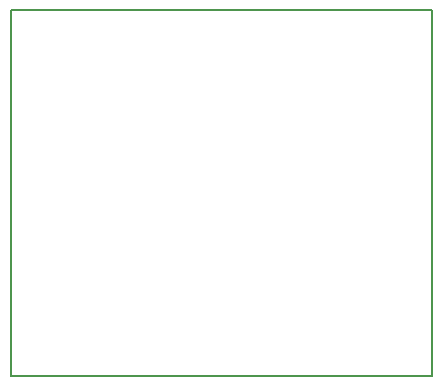
<source format=gbr>
G04 #@! TF.FileFunction,Profile,NP*
%FSLAX46Y46*%
G04 Gerber Fmt 4.6, Leading zero omitted, Abs format (unit mm)*
G04 Created by KiCad (PCBNEW 4.0.6) date 12/15/17 17:43:23*
%MOMM*%
%LPD*%
G01*
G04 APERTURE LIST*
%ADD10C,0.101600*%
%ADD11C,0.150000*%
G04 APERTURE END LIST*
D10*
D11*
X124587000Y-111379000D02*
X160159700Y-111379000D01*
X124587000Y-111379000D02*
X124587000Y-80391000D01*
X160159700Y-80391000D02*
X124587000Y-80391000D01*
X160159700Y-111379000D02*
X160159700Y-80391000D01*
M02*

</source>
